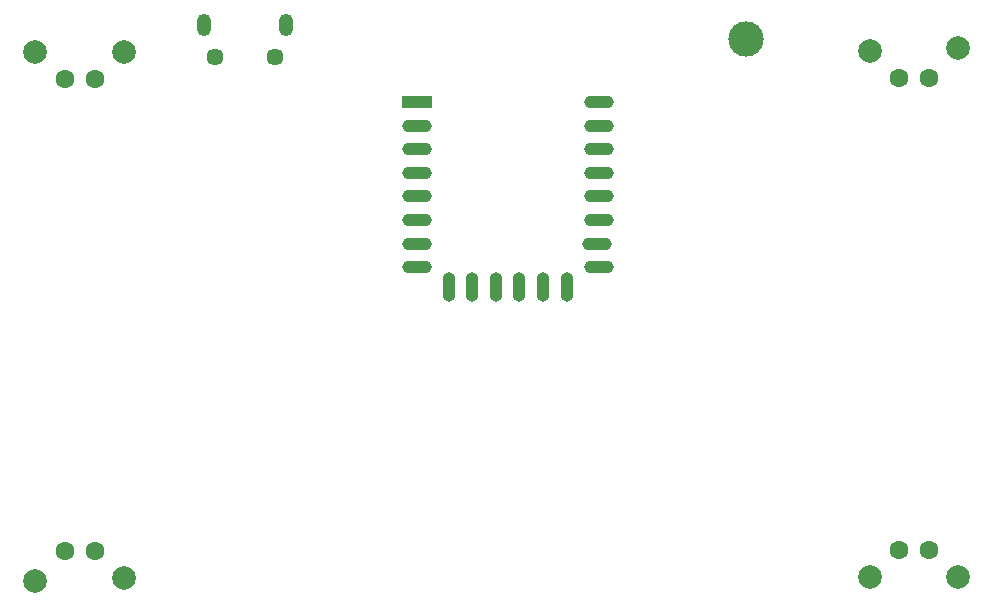
<source format=gbs>
%TF.GenerationSoftware,KiCad,Pcbnew,5.1.12-84ad8e8a86~92~ubuntu20.04.1*%
%TF.CreationDate,2022-11-18T17:27:09+01:00*%
%TF.ProjectId,pongCard,706f6e67-4361-4726-942e-6b696361645f,rev?*%
%TF.SameCoordinates,Original*%
%TF.FileFunction,Soldermask,Bot*%
%TF.FilePolarity,Negative*%
%FSLAX46Y46*%
G04 Gerber Fmt 4.6, Leading zero omitted, Abs format (unit mm)*
G04 Created by KiCad (PCBNEW 5.1.12-84ad8e8a86~92~ubuntu20.04.1) date 2022-11-18 17:27:09*
%MOMM*%
%LPD*%
G01*
G04 APERTURE LIST*
%ADD10C,1.600000*%
%ADD11C,2.000000*%
%ADD12O,1.100000X2.500000*%
%ADD13O,2.500000X1.100000*%
%ADD14R,2.500000X1.100000*%
%ADD15O,1.200000X1.900000*%
%ADD16C,1.450000*%
%ADD17C,3.000000*%
G04 APERTURE END LIST*
D10*
%TO.C,RV2*%
X65405000Y-67424000D03*
X67905000Y-67424000D03*
X67905000Y-107424000D03*
X65405000Y-107424000D03*
D11*
X62905000Y-65174000D03*
X70405000Y-65174000D03*
X70405000Y-109674000D03*
X62905000Y-109924000D03*
%TD*%
D10*
%TO.C,RV1*%
X138537000Y-107358000D03*
X136037000Y-107358000D03*
X136037000Y-67358000D03*
X138537000Y-67358000D03*
D11*
X141037000Y-109608000D03*
X133537000Y-109608000D03*
X133537000Y-65108000D03*
X141037000Y-64858000D03*
%TD*%
D12*
%TO.C,U3*%
X107875000Y-85090000D03*
X105875000Y-85090000D03*
X103875000Y-85090000D03*
X101875000Y-85090000D03*
X99875000Y-85090000D03*
X97875000Y-85090000D03*
D13*
X110585000Y-69390000D03*
X110585000Y-71390000D03*
X110585000Y-73390000D03*
X110585000Y-75390000D03*
X110585000Y-77390000D03*
X110585000Y-79390000D03*
X110485000Y-81390000D03*
X110585000Y-83390000D03*
X95185000Y-83390000D03*
X95185000Y-81390000D03*
X95185000Y-79390000D03*
X95185000Y-77390000D03*
X95185000Y-75390000D03*
X95185000Y-73390000D03*
X95185000Y-71390000D03*
D14*
X95185000Y-69390000D03*
%TD*%
D15*
%TO.C,J1*%
X77145000Y-62897500D03*
X84145000Y-62897500D03*
D16*
X78145000Y-65597500D03*
X83145000Y-65597500D03*
%TD*%
D17*
%TO.C,AE1*%
X123063000Y-64056000D03*
%TD*%
M02*

</source>
